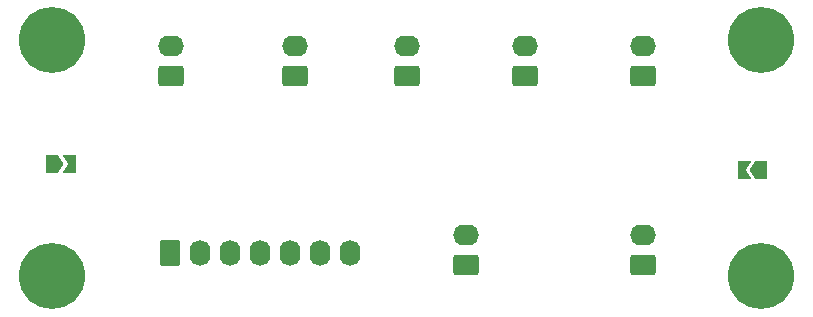
<source format=gbr>
%TF.GenerationSoftware,KiCad,Pcbnew,8.0.7*%
%TF.CreationDate,2025-01-27T22:31:33-06:00*%
%TF.ProjectId,teensy-acc-pcb,7465656e-7379-42d6-9163-632d7063622e,rev?*%
%TF.SameCoordinates,Original*%
%TF.FileFunction,Soldermask,Top*%
%TF.FilePolarity,Negative*%
%FSLAX46Y46*%
G04 Gerber Fmt 4.6, Leading zero omitted, Abs format (unit mm)*
G04 Created by KiCad (PCBNEW 8.0.7) date 2025-01-27 22:31:33*
%MOMM*%
%LPD*%
G01*
G04 APERTURE LIST*
G04 Aperture macros list*
%AMRoundRect*
0 Rectangle with rounded corners*
0 $1 Rounding radius*
0 $2 $3 $4 $5 $6 $7 $8 $9 X,Y pos of 4 corners*
0 Add a 4 corners polygon primitive as box body*
4,1,4,$2,$3,$4,$5,$6,$7,$8,$9,$2,$3,0*
0 Add four circle primitives for the rounded corners*
1,1,$1+$1,$2,$3*
1,1,$1+$1,$4,$5*
1,1,$1+$1,$6,$7*
1,1,$1+$1,$8,$9*
0 Add four rect primitives between the rounded corners*
20,1,$1+$1,$2,$3,$4,$5,0*
20,1,$1+$1,$4,$5,$6,$7,0*
20,1,$1+$1,$6,$7,$8,$9,0*
20,1,$1+$1,$8,$9,$2,$3,0*%
%AMFreePoly0*
4,1,6,1.000000,0.000000,0.500000,-0.750000,-0.500000,-0.750000,-0.500000,0.750000,0.500000,0.750000,1.000000,0.000000,1.000000,0.000000,$1*%
%AMFreePoly1*
4,1,6,0.500000,-0.750000,-0.650000,-0.750000,-0.150000,0.000000,-0.650000,0.750000,0.500000,0.750000,0.500000,-0.750000,0.500000,-0.750000,$1*%
G04 Aperture macros list end*
%ADD10FreePoly0,0.000000*%
%ADD11FreePoly1,0.000000*%
%ADD12FreePoly0,180.000000*%
%ADD13FreePoly1,180.000000*%
%ADD14C,5.600000*%
%ADD15O,2.190000X1.740000*%
%ADD16RoundRect,0.250000X0.845000X-0.620000X0.845000X0.620000X-0.845000X0.620000X-0.845000X-0.620000X0*%
%ADD17RoundRect,0.250000X-0.620000X-0.845000X0.620000X-0.845000X0.620000X0.845000X-0.620000X0.845000X0*%
%ADD18O,1.740000X2.190000*%
G04 APERTURE END LIST*
D10*
%TO.C,JP2*%
X90000000Y-95500000D03*
D11*
X91450000Y-95500000D03*
%TD*%
D12*
%TO.C,JP1*%
X150000000Y-96000000D03*
D13*
X148550000Y-96000000D03*
%TD*%
D14*
%TO.C,H4*%
X90000000Y-105000000D03*
%TD*%
%TO.C,H3*%
X90000000Y-85000000D03*
%TD*%
%TO.C,H2*%
X150000000Y-105000000D03*
%TD*%
%TO.C,H1*%
X150000000Y-85000000D03*
%TD*%
D15*
%TO.C,J8*%
X125000000Y-101460000D03*
D16*
X125000000Y-104000000D03*
%TD*%
D15*
%TO.C,J7*%
X140000000Y-101460000D03*
D16*
X140000000Y-104000000D03*
%TD*%
%TO.C,J6*%
X140040000Y-88000000D03*
D15*
X140040000Y-85460000D03*
%TD*%
D16*
%TO.C,J5*%
X130040000Y-88000000D03*
D15*
X130040000Y-85460000D03*
%TD*%
D16*
%TO.C,J4*%
X120040000Y-88000000D03*
D15*
X120040000Y-85460000D03*
%TD*%
D16*
%TO.C,J3*%
X110540000Y-88000000D03*
D15*
X110540000Y-85460000D03*
%TD*%
D16*
%TO.C,J2*%
X100000000Y-88000000D03*
D15*
X100000000Y-85460000D03*
%TD*%
D17*
%TO.C,J1*%
X99960000Y-103000000D03*
D18*
X102500000Y-103000000D03*
X105040000Y-103000000D03*
X107580000Y-103000000D03*
X110120000Y-103000000D03*
X112660000Y-103000000D03*
X115200000Y-103000000D03*
%TD*%
M02*

</source>
